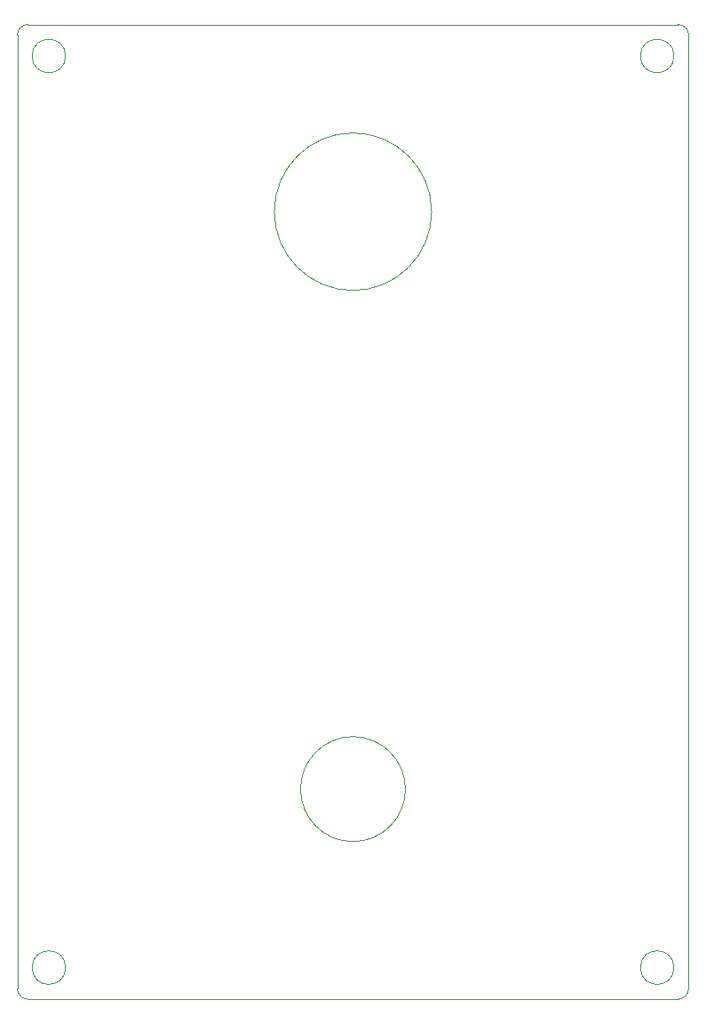
<source format=gbr>
%TF.GenerationSoftware,KiCad,Pcbnew,(7.0.0)*%
%TF.CreationDate,2023-03-13T17:48:54-07:00*%
%TF.ProjectId,DaisyStepperDriver,44616973-7953-4746-9570-706572447269,rev?*%
%TF.SameCoordinates,Original*%
%TF.FileFunction,Profile,NP*%
%FSLAX46Y46*%
G04 Gerber Fmt 4.6, Leading zero omitted, Abs format (unit mm)*
G04 Created by KiCad (PCBNEW (7.0.0)) date 2023-03-13 17:48:54*
%MOMM*%
%LPD*%
G01*
G04 APERTURE LIST*
%TA.AperFunction,Profile*%
%ADD10C,0.100000*%
%TD*%
G04 APERTURE END LIST*
D10*
X109997600Y-47409000D02*
G75*
G03*
X108997600Y-48408962I0J-1000000D01*
G01*
X108997600Y-48408962D02*
X108997597Y-139238965D01*
X171997600Y-140239000D02*
G75*
G03*
X172997600Y-139238965I0J1000000D01*
G01*
X171997597Y-47408962D02*
X160497600Y-47408962D01*
X108997635Y-139238965D02*
G75*
G03*
X109997597Y-140238965I999965J-35D01*
G01*
X172997638Y-48408962D02*
G75*
G03*
X171997597Y-47408962I-1000038J-38D01*
G01*
X148497599Y-65238966D02*
G75*
G03*
X148497599Y-65238966I-7499999J0D01*
G01*
X121497597Y-47408962D02*
X109997600Y-47408962D01*
X171597600Y-137238965D02*
G75*
G03*
X171597600Y-137238965I-1600000J0D01*
G01*
X172997600Y-139238965D02*
X172997597Y-48408962D01*
X109997597Y-140238965D02*
X171997600Y-140238965D01*
X145997600Y-120238965D02*
G75*
G03*
X145997600Y-120238965I-5000000J0D01*
G01*
X113597600Y-50408962D02*
G75*
G03*
X113597600Y-50408962I-1600000J0D01*
G01*
X160497600Y-47408962D02*
X121497597Y-47408962D01*
X171597597Y-50408962D02*
G75*
G03*
X171597597Y-50408962I-1600000J0D01*
G01*
X113597597Y-137238965D02*
G75*
G03*
X113597597Y-137238965I-1600000J0D01*
G01*
M02*

</source>
